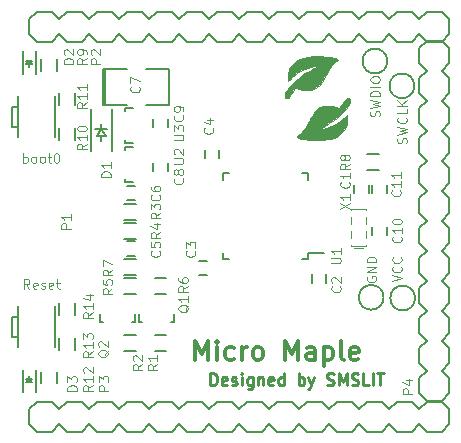
<source format=gbr>
G04 #@! TF.FileFunction,Legend,Top*
%FSLAX46Y46*%
G04 Gerber Fmt 4.6, Leading zero omitted, Abs format (unit mm)*
G04 Created by KiCad (PCBNEW 4.0.4-stable) date 2016 October 10, Monday 23:42:28*
%MOMM*%
%LPD*%
G01*
G04 APERTURE LIST*
%ADD10C,0.100000*%
%ADD11C,0.250000*%
%ADD12C,0.300000*%
%ADD13C,0.120000*%
%ADD14C,0.150000*%
%ADD15C,0.060000*%
%ADD16C,0.010000*%
G04 APERTURE END LIST*
D10*
D11*
X16614095Y-32900881D02*
X16614095Y-31900881D01*
X16852190Y-31900881D01*
X16995048Y-31948500D01*
X17090286Y-32043738D01*
X17137905Y-32138976D01*
X17185524Y-32329452D01*
X17185524Y-32472310D01*
X17137905Y-32662786D01*
X17090286Y-32758024D01*
X16995048Y-32853262D01*
X16852190Y-32900881D01*
X16614095Y-32900881D01*
X17995048Y-32853262D02*
X17899810Y-32900881D01*
X17709333Y-32900881D01*
X17614095Y-32853262D01*
X17566476Y-32758024D01*
X17566476Y-32377071D01*
X17614095Y-32281833D01*
X17709333Y-32234214D01*
X17899810Y-32234214D01*
X17995048Y-32281833D01*
X18042667Y-32377071D01*
X18042667Y-32472310D01*
X17566476Y-32567548D01*
X18423619Y-32853262D02*
X18518857Y-32900881D01*
X18709333Y-32900881D01*
X18804572Y-32853262D01*
X18852191Y-32758024D01*
X18852191Y-32710405D01*
X18804572Y-32615167D01*
X18709333Y-32567548D01*
X18566476Y-32567548D01*
X18471238Y-32519929D01*
X18423619Y-32424690D01*
X18423619Y-32377071D01*
X18471238Y-32281833D01*
X18566476Y-32234214D01*
X18709333Y-32234214D01*
X18804572Y-32281833D01*
X19280762Y-32900881D02*
X19280762Y-32234214D01*
X19280762Y-31900881D02*
X19233143Y-31948500D01*
X19280762Y-31996119D01*
X19328381Y-31948500D01*
X19280762Y-31900881D01*
X19280762Y-31996119D01*
X20185524Y-32234214D02*
X20185524Y-33043738D01*
X20137905Y-33138976D01*
X20090286Y-33186595D01*
X19995047Y-33234214D01*
X19852190Y-33234214D01*
X19756952Y-33186595D01*
X20185524Y-32853262D02*
X20090286Y-32900881D01*
X19899809Y-32900881D01*
X19804571Y-32853262D01*
X19756952Y-32805643D01*
X19709333Y-32710405D01*
X19709333Y-32424690D01*
X19756952Y-32329452D01*
X19804571Y-32281833D01*
X19899809Y-32234214D01*
X20090286Y-32234214D01*
X20185524Y-32281833D01*
X20661714Y-32234214D02*
X20661714Y-32900881D01*
X20661714Y-32329452D02*
X20709333Y-32281833D01*
X20804571Y-32234214D01*
X20947429Y-32234214D01*
X21042667Y-32281833D01*
X21090286Y-32377071D01*
X21090286Y-32900881D01*
X21947429Y-32853262D02*
X21852191Y-32900881D01*
X21661714Y-32900881D01*
X21566476Y-32853262D01*
X21518857Y-32758024D01*
X21518857Y-32377071D01*
X21566476Y-32281833D01*
X21661714Y-32234214D01*
X21852191Y-32234214D01*
X21947429Y-32281833D01*
X21995048Y-32377071D01*
X21995048Y-32472310D01*
X21518857Y-32567548D01*
X22852191Y-32900881D02*
X22852191Y-31900881D01*
X22852191Y-32853262D02*
X22756953Y-32900881D01*
X22566476Y-32900881D01*
X22471238Y-32853262D01*
X22423619Y-32805643D01*
X22376000Y-32710405D01*
X22376000Y-32424690D01*
X22423619Y-32329452D01*
X22471238Y-32281833D01*
X22566476Y-32234214D01*
X22756953Y-32234214D01*
X22852191Y-32281833D01*
X24090286Y-32900881D02*
X24090286Y-31900881D01*
X24090286Y-32281833D02*
X24185524Y-32234214D01*
X24376001Y-32234214D01*
X24471239Y-32281833D01*
X24518858Y-32329452D01*
X24566477Y-32424690D01*
X24566477Y-32710405D01*
X24518858Y-32805643D01*
X24471239Y-32853262D01*
X24376001Y-32900881D01*
X24185524Y-32900881D01*
X24090286Y-32853262D01*
X24899810Y-32234214D02*
X25137905Y-32900881D01*
X25376001Y-32234214D02*
X25137905Y-32900881D01*
X25042667Y-33138976D01*
X24995048Y-33186595D01*
X24899810Y-33234214D01*
X26471239Y-32853262D02*
X26614096Y-32900881D01*
X26852192Y-32900881D01*
X26947430Y-32853262D01*
X26995049Y-32805643D01*
X27042668Y-32710405D01*
X27042668Y-32615167D01*
X26995049Y-32519929D01*
X26947430Y-32472310D01*
X26852192Y-32424690D01*
X26661715Y-32377071D01*
X26566477Y-32329452D01*
X26518858Y-32281833D01*
X26471239Y-32186595D01*
X26471239Y-32091357D01*
X26518858Y-31996119D01*
X26566477Y-31948500D01*
X26661715Y-31900881D01*
X26899811Y-31900881D01*
X27042668Y-31948500D01*
X27471239Y-32900881D02*
X27471239Y-31900881D01*
X27804573Y-32615167D01*
X28137906Y-31900881D01*
X28137906Y-32900881D01*
X28566477Y-32853262D02*
X28709334Y-32900881D01*
X28947430Y-32900881D01*
X29042668Y-32853262D01*
X29090287Y-32805643D01*
X29137906Y-32710405D01*
X29137906Y-32615167D01*
X29090287Y-32519929D01*
X29042668Y-32472310D01*
X28947430Y-32424690D01*
X28756953Y-32377071D01*
X28661715Y-32329452D01*
X28614096Y-32281833D01*
X28566477Y-32186595D01*
X28566477Y-32091357D01*
X28614096Y-31996119D01*
X28661715Y-31948500D01*
X28756953Y-31900881D01*
X28995049Y-31900881D01*
X29137906Y-31948500D01*
X30042668Y-32900881D02*
X29566477Y-32900881D01*
X29566477Y-31900881D01*
X30376001Y-32900881D02*
X30376001Y-31900881D01*
X30709334Y-31900881D02*
X31280763Y-31900881D01*
X30995048Y-32900881D02*
X30995048Y-31900881D01*
D12*
X15329762Y-30759310D02*
X15329762Y-29159310D01*
X15863096Y-30302167D01*
X16396429Y-29159310D01*
X16396429Y-30759310D01*
X17158333Y-30759310D02*
X17158333Y-29692643D01*
X17158333Y-29159310D02*
X17082143Y-29235500D01*
X17158333Y-29311690D01*
X17234524Y-29235500D01*
X17158333Y-29159310D01*
X17158333Y-29311690D01*
X18605953Y-30683119D02*
X18453572Y-30759310D01*
X18148810Y-30759310D01*
X17996429Y-30683119D01*
X17920238Y-30606929D01*
X17844048Y-30454548D01*
X17844048Y-29997405D01*
X17920238Y-29845024D01*
X17996429Y-29768833D01*
X18148810Y-29692643D01*
X18453572Y-29692643D01*
X18605953Y-29768833D01*
X19291667Y-30759310D02*
X19291667Y-29692643D01*
X19291667Y-29997405D02*
X19367858Y-29845024D01*
X19444048Y-29768833D01*
X19596429Y-29692643D01*
X19748810Y-29692643D01*
X20510715Y-30759310D02*
X20358334Y-30683119D01*
X20282143Y-30606929D01*
X20205953Y-30454548D01*
X20205953Y-29997405D01*
X20282143Y-29845024D01*
X20358334Y-29768833D01*
X20510715Y-29692643D01*
X20739286Y-29692643D01*
X20891667Y-29768833D01*
X20967858Y-29845024D01*
X21044048Y-29997405D01*
X21044048Y-30454548D01*
X20967858Y-30606929D01*
X20891667Y-30683119D01*
X20739286Y-30759310D01*
X20510715Y-30759310D01*
X22948810Y-30759310D02*
X22948810Y-29159310D01*
X23482144Y-30302167D01*
X24015477Y-29159310D01*
X24015477Y-30759310D01*
X25463096Y-30759310D02*
X25463096Y-29921214D01*
X25386905Y-29768833D01*
X25234524Y-29692643D01*
X24929762Y-29692643D01*
X24777381Y-29768833D01*
X25463096Y-30683119D02*
X25310715Y-30759310D01*
X24929762Y-30759310D01*
X24777381Y-30683119D01*
X24701191Y-30530738D01*
X24701191Y-30378357D01*
X24777381Y-30225976D01*
X24929762Y-30149786D01*
X25310715Y-30149786D01*
X25463096Y-30073595D01*
X26225000Y-29692643D02*
X26225000Y-31292643D01*
X26225000Y-29768833D02*
X26377381Y-29692643D01*
X26682143Y-29692643D01*
X26834524Y-29768833D01*
X26910715Y-29845024D01*
X26986905Y-29997405D01*
X26986905Y-30454548D01*
X26910715Y-30606929D01*
X26834524Y-30683119D01*
X26682143Y-30759310D01*
X26377381Y-30759310D01*
X26225000Y-30683119D01*
X27901191Y-30759310D02*
X27748810Y-30683119D01*
X27672619Y-30530738D01*
X27672619Y-29159310D01*
X29120238Y-30683119D02*
X28967857Y-30759310D01*
X28663095Y-30759310D01*
X28510714Y-30683119D01*
X28434524Y-30530738D01*
X28434524Y-29921214D01*
X28510714Y-29768833D01*
X28663095Y-29692643D01*
X28967857Y-29692643D01*
X29120238Y-29768833D01*
X29196429Y-29921214D01*
X29196429Y-30073595D01*
X28434524Y-30225976D01*
D13*
X1295524Y-24745905D02*
X1028857Y-24364952D01*
X838381Y-24745905D02*
X838381Y-23945905D01*
X1143143Y-23945905D01*
X1219334Y-23984000D01*
X1257429Y-24022095D01*
X1295524Y-24098286D01*
X1295524Y-24212571D01*
X1257429Y-24288762D01*
X1219334Y-24326857D01*
X1143143Y-24364952D01*
X838381Y-24364952D01*
X1943143Y-24707810D02*
X1866953Y-24745905D01*
X1714572Y-24745905D01*
X1638381Y-24707810D01*
X1600286Y-24631619D01*
X1600286Y-24326857D01*
X1638381Y-24250667D01*
X1714572Y-24212571D01*
X1866953Y-24212571D01*
X1943143Y-24250667D01*
X1981238Y-24326857D01*
X1981238Y-24403048D01*
X1600286Y-24479238D01*
X2286000Y-24707810D02*
X2362190Y-24745905D01*
X2514571Y-24745905D01*
X2590762Y-24707810D01*
X2628857Y-24631619D01*
X2628857Y-24593524D01*
X2590762Y-24517333D01*
X2514571Y-24479238D01*
X2400286Y-24479238D01*
X2324095Y-24441143D01*
X2286000Y-24364952D01*
X2286000Y-24326857D01*
X2324095Y-24250667D01*
X2400286Y-24212571D01*
X2514571Y-24212571D01*
X2590762Y-24250667D01*
X3276476Y-24707810D02*
X3200286Y-24745905D01*
X3047905Y-24745905D01*
X2971714Y-24707810D01*
X2933619Y-24631619D01*
X2933619Y-24326857D01*
X2971714Y-24250667D01*
X3047905Y-24212571D01*
X3200286Y-24212571D01*
X3276476Y-24250667D01*
X3314571Y-24326857D01*
X3314571Y-24403048D01*
X2933619Y-24479238D01*
X3543142Y-24212571D02*
X3847904Y-24212571D01*
X3657428Y-23945905D02*
X3657428Y-24631619D01*
X3695523Y-24707810D01*
X3771714Y-24745905D01*
X3847904Y-24745905D01*
X781237Y-14077905D02*
X781237Y-13277905D01*
X781237Y-13582667D02*
X857428Y-13544571D01*
X1009809Y-13544571D01*
X1085999Y-13582667D01*
X1124094Y-13620762D01*
X1162190Y-13696952D01*
X1162190Y-13925524D01*
X1124094Y-14001714D01*
X1085999Y-14039810D01*
X1009809Y-14077905D01*
X857428Y-14077905D01*
X781237Y-14039810D01*
X1619333Y-14077905D02*
X1543142Y-14039810D01*
X1505047Y-14001714D01*
X1466952Y-13925524D01*
X1466952Y-13696952D01*
X1505047Y-13620762D01*
X1543142Y-13582667D01*
X1619333Y-13544571D01*
X1733619Y-13544571D01*
X1809809Y-13582667D01*
X1847904Y-13620762D01*
X1886000Y-13696952D01*
X1886000Y-13925524D01*
X1847904Y-14001714D01*
X1809809Y-14039810D01*
X1733619Y-14077905D01*
X1619333Y-14077905D01*
X2343143Y-14077905D02*
X2266952Y-14039810D01*
X2228857Y-14001714D01*
X2190762Y-13925524D01*
X2190762Y-13696952D01*
X2228857Y-13620762D01*
X2266952Y-13582667D01*
X2343143Y-13544571D01*
X2457429Y-13544571D01*
X2533619Y-13582667D01*
X2571714Y-13620762D01*
X2609810Y-13696952D01*
X2609810Y-13925524D01*
X2571714Y-14001714D01*
X2533619Y-14039810D01*
X2457429Y-14077905D01*
X2343143Y-14077905D01*
X2838381Y-13544571D02*
X3143143Y-13544571D01*
X2952667Y-13277905D02*
X2952667Y-13963619D01*
X2990762Y-14039810D01*
X3066953Y-14077905D01*
X3143143Y-14077905D01*
X3562191Y-13277905D02*
X3638382Y-13277905D01*
X3714572Y-13316000D01*
X3752667Y-13354095D01*
X3790763Y-13430286D01*
X3828858Y-13582667D01*
X3828858Y-13773143D01*
X3790763Y-13925524D01*
X3752667Y-14001714D01*
X3714572Y-14039810D01*
X3638382Y-14077905D01*
X3562191Y-14077905D01*
X3486001Y-14039810D01*
X3447905Y-14001714D01*
X3409810Y-13925524D01*
X3371715Y-13773143D01*
X3371715Y-13582667D01*
X3409810Y-13430286D01*
X3447905Y-13354095D01*
X3486001Y-13316000D01*
X3562191Y-13277905D01*
X32010405Y-24117167D02*
X32810405Y-23850500D01*
X32010405Y-23583833D01*
X32734214Y-22860024D02*
X32772310Y-22898119D01*
X32810405Y-23012405D01*
X32810405Y-23088595D01*
X32772310Y-23202881D01*
X32696119Y-23279072D01*
X32619929Y-23317167D01*
X32467548Y-23355262D01*
X32353262Y-23355262D01*
X32200881Y-23317167D01*
X32124690Y-23279072D01*
X32048500Y-23202881D01*
X32010405Y-23088595D01*
X32010405Y-23012405D01*
X32048500Y-22898119D01*
X32086595Y-22860024D01*
X32734214Y-22060024D02*
X32772310Y-22098119D01*
X32810405Y-22212405D01*
X32810405Y-22288595D01*
X32772310Y-22402881D01*
X32696119Y-22479072D01*
X32619929Y-22517167D01*
X32467548Y-22555262D01*
X32353262Y-22555262D01*
X32200881Y-22517167D01*
X32124690Y-22479072D01*
X32048500Y-22402881D01*
X32010405Y-22288595D01*
X32010405Y-22212405D01*
X32048500Y-22098119D01*
X32086595Y-22060024D01*
X29889500Y-23723523D02*
X29851405Y-23799714D01*
X29851405Y-23913999D01*
X29889500Y-24028285D01*
X29965690Y-24104476D01*
X30041881Y-24142571D01*
X30194262Y-24180666D01*
X30308548Y-24180666D01*
X30460929Y-24142571D01*
X30537119Y-24104476D01*
X30613310Y-24028285D01*
X30651405Y-23913999D01*
X30651405Y-23837809D01*
X30613310Y-23723523D01*
X30575214Y-23685428D01*
X30308548Y-23685428D01*
X30308548Y-23837809D01*
X30651405Y-23342571D02*
X29851405Y-23342571D01*
X30651405Y-22885428D01*
X29851405Y-22885428D01*
X30651405Y-22504476D02*
X29851405Y-22504476D01*
X29851405Y-22314000D01*
X29889500Y-22199714D01*
X29965690Y-22123523D01*
X30041881Y-22085428D01*
X30194262Y-22047333D01*
X30308548Y-22047333D01*
X30460929Y-22085428D01*
X30537119Y-22123523D01*
X30613310Y-22199714D01*
X30651405Y-22314000D01*
X30651405Y-22504476D01*
X33216810Y-12414024D02*
X33254905Y-12299738D01*
X33254905Y-12109262D01*
X33216810Y-12033072D01*
X33178714Y-11994976D01*
X33102524Y-11956881D01*
X33026333Y-11956881D01*
X32950143Y-11994976D01*
X32912048Y-12033072D01*
X32873952Y-12109262D01*
X32835857Y-12261643D01*
X32797762Y-12337834D01*
X32759667Y-12375929D01*
X32683476Y-12414024D01*
X32607286Y-12414024D01*
X32531095Y-12375929D01*
X32493000Y-12337834D01*
X32454905Y-12261643D01*
X32454905Y-12071167D01*
X32493000Y-11956881D01*
X32454905Y-11690214D02*
X33254905Y-11499738D01*
X32683476Y-11347357D01*
X33254905Y-11194976D01*
X32454905Y-11004500D01*
X33178714Y-10242595D02*
X33216810Y-10280690D01*
X33254905Y-10394976D01*
X33254905Y-10471166D01*
X33216810Y-10585452D01*
X33140619Y-10661643D01*
X33064429Y-10699738D01*
X32912048Y-10737833D01*
X32797762Y-10737833D01*
X32645381Y-10699738D01*
X32569190Y-10661643D01*
X32493000Y-10585452D01*
X32454905Y-10471166D01*
X32454905Y-10394976D01*
X32493000Y-10280690D01*
X32531095Y-10242595D01*
X33254905Y-9518785D02*
X33254905Y-9899738D01*
X32454905Y-9899738D01*
X33254905Y-9252119D02*
X32454905Y-9252119D01*
X33254905Y-8794976D02*
X32797762Y-9137833D01*
X32454905Y-8794976D02*
X32912048Y-9252119D01*
X30930810Y-10140738D02*
X30968905Y-10026452D01*
X30968905Y-9835976D01*
X30930810Y-9759786D01*
X30892714Y-9721690D01*
X30816524Y-9683595D01*
X30740333Y-9683595D01*
X30664143Y-9721690D01*
X30626048Y-9759786D01*
X30587952Y-9835976D01*
X30549857Y-9988357D01*
X30511762Y-10064548D01*
X30473667Y-10102643D01*
X30397476Y-10140738D01*
X30321286Y-10140738D01*
X30245095Y-10102643D01*
X30207000Y-10064548D01*
X30168905Y-9988357D01*
X30168905Y-9797881D01*
X30207000Y-9683595D01*
X30168905Y-9416928D02*
X30968905Y-9226452D01*
X30397476Y-9074071D01*
X30968905Y-8921690D01*
X30168905Y-8731214D01*
X30968905Y-8426452D02*
X30168905Y-8426452D01*
X30168905Y-8235976D01*
X30207000Y-8121690D01*
X30283190Y-8045499D01*
X30359381Y-8007404D01*
X30511762Y-7969309D01*
X30626048Y-7969309D01*
X30778429Y-8007404D01*
X30854619Y-8045499D01*
X30930810Y-8121690D01*
X30968905Y-8235976D01*
X30968905Y-8426452D01*
X30968905Y-7626452D02*
X30168905Y-7626452D01*
X30168905Y-7093119D02*
X30168905Y-6940738D01*
X30207000Y-6864547D01*
X30283190Y-6788357D01*
X30435571Y-6750262D01*
X30702238Y-6750262D01*
X30854619Y-6788357D01*
X30930810Y-6864547D01*
X30968905Y-6940738D01*
X30968905Y-7093119D01*
X30930810Y-7169309D01*
X30854619Y-7245500D01*
X30702238Y-7283595D01*
X30435571Y-7283595D01*
X30283190Y-7245500D01*
X30207000Y-7169309D01*
X30168905Y-7093119D01*
D14*
X24897500Y-22230500D02*
X24897500Y-21705500D01*
X17647500Y-22230500D02*
X17647500Y-21705500D01*
X17647500Y-14980500D02*
X17647500Y-15505500D01*
X24897500Y-14980500D02*
X24897500Y-15505500D01*
X24897500Y-22230500D02*
X24372500Y-22230500D01*
X24897500Y-14980500D02*
X24372500Y-14980500D01*
X17647500Y-14980500D02*
X18172500Y-14980500D01*
X17647500Y-22230500D02*
X18172500Y-22230500D01*
X24897500Y-21705500D02*
X26272500Y-21705500D01*
X7463840Y-27574240D02*
X7512100Y-27574240D01*
X10262820Y-26873200D02*
X10262820Y-27574240D01*
X10262820Y-27574240D02*
X10013900Y-27574240D01*
X7463840Y-27574240D02*
X7263180Y-27574240D01*
X7263180Y-27574240D02*
X7263180Y-26873200D01*
X33940269Y-25527000D02*
G75*
G03X33940269Y-25527000I-1047269J0D01*
G01*
X28800500Y-16669500D02*
X28800500Y-15969500D01*
X30000500Y-15969500D02*
X30000500Y-16669500D01*
X26381000Y-23526000D02*
X26381000Y-24226000D01*
X25181000Y-24226000D02*
X25181000Y-23526000D01*
X16352000Y-23587000D02*
X15652000Y-23587000D01*
X15652000Y-22387000D02*
X16352000Y-22387000D01*
X16164000Y-13685000D02*
X16164000Y-12985000D01*
X17364000Y-12985000D02*
X17364000Y-13685000D01*
X10256000Y-21936000D02*
X9556000Y-21936000D01*
X9556000Y-20736000D02*
X10256000Y-20736000D01*
X10256000Y-17237000D02*
X9556000Y-17237000D01*
X9556000Y-16037000D02*
X10256000Y-16037000D01*
X7493000Y-6159500D02*
X7493000Y-9207500D01*
X11176000Y-9207500D02*
X13081000Y-9207500D01*
X13081000Y-9207500D02*
X13081000Y-6159500D01*
X13081000Y-6159500D02*
X11176000Y-6159500D01*
X9525000Y-6159500D02*
X7493000Y-6159500D01*
X7693000Y-6159500D02*
X7693000Y-9207500D01*
X7493000Y-9207500D02*
X9525000Y-9207500D01*
X12982500Y-14064500D02*
X12982500Y-14764500D01*
X11782500Y-14764500D02*
X11782500Y-14064500D01*
X12982500Y-10381500D02*
X12982500Y-11081500D01*
X11782500Y-11081500D02*
X11782500Y-10381500D01*
X31524500Y-19525500D02*
X31524500Y-20225500D01*
X30324500Y-20225500D02*
X30324500Y-19525500D01*
X31524500Y-15969500D02*
X31524500Y-16669500D01*
X30324500Y-16669500D02*
X30324500Y-15969500D01*
X7366000Y-11811000D02*
X7366000Y-12192000D01*
X7366000Y-10795000D02*
X7366000Y-11176000D01*
X7366000Y-11176000D02*
X7747000Y-11811000D01*
X7747000Y-11811000D02*
X6985000Y-11811000D01*
X6985000Y-11811000D02*
X7366000Y-11176000D01*
X7874000Y-11176000D02*
X6858000Y-11176000D01*
X6466000Y-9493500D02*
X6466000Y-13033500D01*
X8266000Y-9493500D02*
X8266000Y-13033500D01*
X720000Y-4615000D02*
X720000Y-6515000D01*
X1820000Y-4615000D02*
X1820000Y-6515000D01*
X1270000Y-5515000D02*
X1270000Y-5965000D01*
X1520000Y-5465000D02*
X1020000Y-5465000D01*
X1270000Y-5465000D02*
X1520000Y-5715000D01*
X1520000Y-5715000D02*
X1020000Y-5715000D01*
X1020000Y-5715000D02*
X1270000Y-5465000D01*
X1820000Y-33485000D02*
X1820000Y-31585000D01*
X720000Y-33485000D02*
X720000Y-31585000D01*
X1270000Y-32585000D02*
X1270000Y-32135000D01*
X1020000Y-32635000D02*
X1520000Y-32635000D01*
X1270000Y-32635000D02*
X1020000Y-32385000D01*
X1020000Y-32385000D02*
X1520000Y-32385000D01*
X1520000Y-32385000D02*
X1270000Y-32635000D01*
X1270000Y-1905000D02*
X1905000Y-1270000D01*
X1905000Y-1270000D02*
X3175000Y-1270000D01*
X3175000Y-1270000D02*
X3810000Y-1905000D01*
X3810000Y-1905000D02*
X4445000Y-1270000D01*
X4445000Y-1270000D02*
X5715000Y-1270000D01*
X5715000Y-1270000D02*
X6350000Y-1905000D01*
X6350000Y-1905000D02*
X6985000Y-1270000D01*
X6985000Y-1270000D02*
X8255000Y-1270000D01*
X8255000Y-1270000D02*
X8890000Y-1905000D01*
X8890000Y-1905000D02*
X9525000Y-1270000D01*
X9525000Y-1270000D02*
X10795000Y-1270000D01*
X10795000Y-1270000D02*
X11430000Y-1905000D01*
X11430000Y-1905000D02*
X12065000Y-1270000D01*
X12065000Y-1270000D02*
X13335000Y-1270000D01*
X13335000Y-1270000D02*
X13970000Y-1905000D01*
X13970000Y-1905000D02*
X14605000Y-1270000D01*
X14605000Y-1270000D02*
X15875000Y-1270000D01*
X15875000Y-1270000D02*
X16510000Y-1905000D01*
X16510000Y-1905000D02*
X17145000Y-1270000D01*
X17145000Y-1270000D02*
X18415000Y-1270000D01*
X18415000Y-1270000D02*
X19050000Y-1905000D01*
X19050000Y-1905000D02*
X19685000Y-1270000D01*
X19685000Y-1270000D02*
X20955000Y-1270000D01*
X20955000Y-1270000D02*
X21590000Y-1905000D01*
X21590000Y-1905000D02*
X22225000Y-1270000D01*
X22225000Y-1270000D02*
X23495000Y-1270000D01*
X23495000Y-1270000D02*
X24130000Y-1905000D01*
X24130000Y-1905000D02*
X24765000Y-1270000D01*
X24765000Y-1270000D02*
X26035000Y-1270000D01*
X26035000Y-1270000D02*
X26670000Y-1905000D01*
X26670000Y-1905000D02*
X27305000Y-1270000D01*
X27305000Y-1270000D02*
X28575000Y-1270000D01*
X28575000Y-1270000D02*
X29210000Y-1905000D01*
X29210000Y-1905000D02*
X29845000Y-1270000D01*
X29845000Y-1270000D02*
X31115000Y-1270000D01*
X31115000Y-1270000D02*
X31750000Y-1905000D01*
X31750000Y-1905000D02*
X32385000Y-1270000D01*
X32385000Y-1270000D02*
X33655000Y-1270000D01*
X33655000Y-1270000D02*
X34290000Y-1905000D01*
X34290000Y-1905000D02*
X34925000Y-1270000D01*
X34925000Y-1270000D02*
X36195000Y-1270000D01*
X36195000Y-1270000D02*
X36830000Y-1905000D01*
X36830000Y-1905000D02*
X36830000Y-3175000D01*
X36830000Y-3175000D02*
X36195000Y-3810000D01*
X36195000Y-3810000D02*
X34925000Y-3810000D01*
X34925000Y-3810000D02*
X34290000Y-3175000D01*
X34290000Y-3175000D02*
X33655000Y-3810000D01*
X33655000Y-3810000D02*
X32385000Y-3810000D01*
X32385000Y-3810000D02*
X31750000Y-3175000D01*
X31750000Y-3175000D02*
X31115000Y-3810000D01*
X31115000Y-3810000D02*
X29845000Y-3810000D01*
X29845000Y-3810000D02*
X29210000Y-3175000D01*
X29210000Y-3175000D02*
X28575000Y-3810000D01*
X28575000Y-3810000D02*
X27305000Y-3810000D01*
X27305000Y-3810000D02*
X26670000Y-3175000D01*
X26670000Y-3175000D02*
X26035000Y-3810000D01*
X26035000Y-3810000D02*
X24765000Y-3810000D01*
X24765000Y-3810000D02*
X24130000Y-3175000D01*
X24130000Y-3175000D02*
X23495000Y-3810000D01*
X23495000Y-3810000D02*
X22225000Y-3810000D01*
X22225000Y-3810000D02*
X21590000Y-3175000D01*
X21590000Y-3175000D02*
X20955000Y-3810000D01*
X20955000Y-3810000D02*
X19685000Y-3810000D01*
X19685000Y-3810000D02*
X19050000Y-3175000D01*
X19050000Y-3175000D02*
X18415000Y-3810000D01*
X18415000Y-3810000D02*
X17145000Y-3810000D01*
X17145000Y-3810000D02*
X16510000Y-3175000D01*
X16510000Y-3175000D02*
X15875000Y-3810000D01*
X15875000Y-3810000D02*
X14605000Y-3810000D01*
X14605000Y-3810000D02*
X13970000Y-3175000D01*
X13970000Y-3175000D02*
X13335000Y-3810000D01*
X13335000Y-3810000D02*
X12065000Y-3810000D01*
X12065000Y-3810000D02*
X11430000Y-3175000D01*
X11430000Y-3175000D02*
X10795000Y-3810000D01*
X10795000Y-3810000D02*
X9525000Y-3810000D01*
X9525000Y-3810000D02*
X8890000Y-3175000D01*
X8890000Y-3175000D02*
X8255000Y-3810000D01*
X8255000Y-3810000D02*
X6985000Y-3810000D01*
X6985000Y-3810000D02*
X6350000Y-3175000D01*
X6350000Y-3175000D02*
X5715000Y-3810000D01*
X5715000Y-3810000D02*
X4445000Y-3810000D01*
X4445000Y-3810000D02*
X3810000Y-3175000D01*
X3810000Y-3175000D02*
X3175000Y-3810000D01*
X3175000Y-3810000D02*
X1905000Y-3810000D01*
X1905000Y-3810000D02*
X1270000Y-3175000D01*
X1270000Y-3175000D02*
X1270000Y-1905000D01*
X1270000Y-34925000D02*
X1905000Y-34290000D01*
X1905000Y-34290000D02*
X3175000Y-34290000D01*
X3175000Y-34290000D02*
X3810000Y-34925000D01*
X3810000Y-34925000D02*
X4445000Y-34290000D01*
X4445000Y-34290000D02*
X5715000Y-34290000D01*
X5715000Y-34290000D02*
X6350000Y-34925000D01*
X6350000Y-34925000D02*
X6985000Y-34290000D01*
X6985000Y-34290000D02*
X8255000Y-34290000D01*
X8255000Y-34290000D02*
X8890000Y-34925000D01*
X8890000Y-34925000D02*
X9525000Y-34290000D01*
X9525000Y-34290000D02*
X10795000Y-34290000D01*
X10795000Y-34290000D02*
X11430000Y-34925000D01*
X11430000Y-34925000D02*
X12065000Y-34290000D01*
X12065000Y-34290000D02*
X13335000Y-34290000D01*
X13335000Y-34290000D02*
X13970000Y-34925000D01*
X13970000Y-34925000D02*
X14605000Y-34290000D01*
X14605000Y-34290000D02*
X15875000Y-34290000D01*
X15875000Y-34290000D02*
X16510000Y-34925000D01*
X16510000Y-34925000D02*
X17145000Y-34290000D01*
X17145000Y-34290000D02*
X18415000Y-34290000D01*
X18415000Y-34290000D02*
X19050000Y-34925000D01*
X19050000Y-34925000D02*
X19685000Y-34290000D01*
X19685000Y-34290000D02*
X20955000Y-34290000D01*
X20955000Y-34290000D02*
X21590000Y-34925000D01*
X21590000Y-34925000D02*
X22225000Y-34290000D01*
X22225000Y-34290000D02*
X23495000Y-34290000D01*
X23495000Y-34290000D02*
X24130000Y-34925000D01*
X24130000Y-34925000D02*
X24765000Y-34290000D01*
X24765000Y-34290000D02*
X26035000Y-34290000D01*
X26035000Y-34290000D02*
X26670000Y-34925000D01*
X26670000Y-34925000D02*
X27305000Y-34290000D01*
X27305000Y-34290000D02*
X28575000Y-34290000D01*
X28575000Y-34290000D02*
X29210000Y-34925000D01*
X29210000Y-34925000D02*
X29845000Y-34290000D01*
X29845000Y-34290000D02*
X31115000Y-34290000D01*
X31115000Y-34290000D02*
X31750000Y-34925000D01*
X31750000Y-34925000D02*
X32385000Y-34290000D01*
X32385000Y-34290000D02*
X33655000Y-34290000D01*
X33655000Y-34290000D02*
X34290000Y-34925000D01*
X34290000Y-34925000D02*
X34925000Y-34290000D01*
X34925000Y-34290000D02*
X36195000Y-34290000D01*
X36195000Y-34290000D02*
X36830000Y-34925000D01*
X36830000Y-34925000D02*
X36830000Y-36195000D01*
X36830000Y-36195000D02*
X36195000Y-36830000D01*
X36195000Y-36830000D02*
X34925000Y-36830000D01*
X34925000Y-36830000D02*
X34290000Y-36195000D01*
X34290000Y-36195000D02*
X33655000Y-36830000D01*
X33655000Y-36830000D02*
X32385000Y-36830000D01*
X32385000Y-36830000D02*
X31750000Y-36195000D01*
X31750000Y-36195000D02*
X31115000Y-36830000D01*
X31115000Y-36830000D02*
X29845000Y-36830000D01*
X29845000Y-36830000D02*
X29210000Y-36195000D01*
X29210000Y-36195000D02*
X28575000Y-36830000D01*
X28575000Y-36830000D02*
X27305000Y-36830000D01*
X27305000Y-36830000D02*
X26670000Y-36195000D01*
X26670000Y-36195000D02*
X26035000Y-36830000D01*
X26035000Y-36830000D02*
X24765000Y-36830000D01*
X24765000Y-36830000D02*
X24130000Y-36195000D01*
X24130000Y-36195000D02*
X23495000Y-36830000D01*
X23495000Y-36830000D02*
X22225000Y-36830000D01*
X22225000Y-36830000D02*
X21590000Y-36195000D01*
X21590000Y-36195000D02*
X20955000Y-36830000D01*
X20955000Y-36830000D02*
X19685000Y-36830000D01*
X19685000Y-36830000D02*
X19050000Y-36195000D01*
X19050000Y-36195000D02*
X18415000Y-36830000D01*
X18415000Y-36830000D02*
X17145000Y-36830000D01*
X17145000Y-36830000D02*
X16510000Y-36195000D01*
X16510000Y-36195000D02*
X15875000Y-36830000D01*
X15875000Y-36830000D02*
X14605000Y-36830000D01*
X14605000Y-36830000D02*
X13970000Y-36195000D01*
X13970000Y-36195000D02*
X13335000Y-36830000D01*
X13335000Y-36830000D02*
X12065000Y-36830000D01*
X12065000Y-36830000D02*
X11430000Y-36195000D01*
X11430000Y-36195000D02*
X10795000Y-36830000D01*
X10795000Y-36830000D02*
X9525000Y-36830000D01*
X9525000Y-36830000D02*
X8890000Y-36195000D01*
X8890000Y-36195000D02*
X8255000Y-36830000D01*
X8255000Y-36830000D02*
X6985000Y-36830000D01*
X6985000Y-36830000D02*
X6350000Y-36195000D01*
X6350000Y-36195000D02*
X5715000Y-36830000D01*
X5715000Y-36830000D02*
X4445000Y-36830000D01*
X4445000Y-36830000D02*
X3810000Y-36195000D01*
X3810000Y-36195000D02*
X3175000Y-36830000D01*
X3175000Y-36830000D02*
X1905000Y-36830000D01*
X1905000Y-36830000D02*
X1270000Y-36195000D01*
X1270000Y-36195000D02*
X1270000Y-34925000D01*
X36195000Y-34226500D02*
X34925000Y-34226500D01*
X36195000Y-3746500D02*
X36830000Y-4381500D01*
X36830000Y-4381500D02*
X36830000Y-5651500D01*
X36830000Y-5651500D02*
X36195000Y-6286500D01*
X36195000Y-6286500D02*
X36830000Y-6921500D01*
X36830000Y-6921500D02*
X36830000Y-8191500D01*
X36830000Y-8191500D02*
X36195000Y-8826500D01*
X36195000Y-8826500D02*
X36830000Y-9461500D01*
X36830000Y-9461500D02*
X36830000Y-10731500D01*
X36830000Y-10731500D02*
X36195000Y-11366500D01*
X36195000Y-11366500D02*
X36830000Y-12001500D01*
X36830000Y-12001500D02*
X36830000Y-13271500D01*
X36830000Y-13271500D02*
X36195000Y-13906500D01*
X36195000Y-13906500D02*
X36830000Y-14541500D01*
X36830000Y-14541500D02*
X36830000Y-15811500D01*
X36830000Y-15811500D02*
X36195000Y-16446500D01*
X36195000Y-16446500D02*
X36830000Y-17081500D01*
X36830000Y-17081500D02*
X36830000Y-18351500D01*
X36830000Y-18351500D02*
X36195000Y-18986500D01*
X36195000Y-18986500D02*
X36830000Y-19621500D01*
X36830000Y-19621500D02*
X36830000Y-20891500D01*
X36830000Y-20891500D02*
X36195000Y-21526500D01*
X36195000Y-21526500D02*
X36830000Y-22161500D01*
X36830000Y-22161500D02*
X36830000Y-23431500D01*
X36830000Y-23431500D02*
X36195000Y-24066500D01*
X36195000Y-24066500D02*
X36830000Y-24701500D01*
X36830000Y-24701500D02*
X36830000Y-25971500D01*
X36830000Y-25971500D02*
X36195000Y-26606500D01*
X36195000Y-26606500D02*
X36830000Y-27241500D01*
X36830000Y-27241500D02*
X36830000Y-28511500D01*
X36830000Y-28511500D02*
X36195000Y-29146500D01*
X36195000Y-29146500D02*
X36830000Y-29781500D01*
X36830000Y-29781500D02*
X36830000Y-31051500D01*
X36830000Y-31051500D02*
X36195000Y-31686500D01*
X36195000Y-31686500D02*
X36830000Y-32321500D01*
X36830000Y-32321500D02*
X36830000Y-33591500D01*
X36830000Y-33591500D02*
X36195000Y-34226500D01*
X34925000Y-34226500D02*
X34290000Y-33591500D01*
X34290000Y-33591500D02*
X34290000Y-32321500D01*
X34290000Y-32321500D02*
X34925000Y-31686500D01*
X34925000Y-31686500D02*
X34290000Y-31051500D01*
X34290000Y-31051500D02*
X34290000Y-29781500D01*
X34290000Y-29781500D02*
X34925000Y-29146500D01*
X34925000Y-29146500D02*
X34290000Y-28511500D01*
X34290000Y-28511500D02*
X34290000Y-27241500D01*
X34290000Y-27241500D02*
X34925000Y-26606500D01*
X34925000Y-26606500D02*
X34290000Y-25971500D01*
X34290000Y-25971500D02*
X34290000Y-24701500D01*
X34290000Y-24701500D02*
X34925000Y-24066500D01*
X34925000Y-24066500D02*
X34290000Y-23431500D01*
X34290000Y-23431500D02*
X34290000Y-22161500D01*
X34290000Y-22161500D02*
X34925000Y-21526500D01*
X34925000Y-21526500D02*
X34290000Y-20891500D01*
X34290000Y-20891500D02*
X34290000Y-19621500D01*
X34290000Y-19621500D02*
X34925000Y-18986500D01*
X34925000Y-18986500D02*
X34290000Y-18351500D01*
X34290000Y-18351500D02*
X34290000Y-17081500D01*
X34290000Y-17081500D02*
X34925000Y-16446500D01*
X34925000Y-16446500D02*
X34290000Y-15811500D01*
X34290000Y-15811500D02*
X34290000Y-14541500D01*
X34290000Y-14541500D02*
X34925000Y-13906500D01*
X34925000Y-13906500D02*
X34290000Y-13271500D01*
X34290000Y-13271500D02*
X34290000Y-12001500D01*
X34290000Y-12001500D02*
X34925000Y-11366500D01*
X34925000Y-11366500D02*
X34290000Y-10731500D01*
X34290000Y-10731500D02*
X34290000Y-9461500D01*
X34290000Y-9461500D02*
X34925000Y-8826500D01*
X34925000Y-8826500D02*
X34290000Y-8191500D01*
X34290000Y-8191500D02*
X34290000Y-6921500D01*
X34290000Y-6921500D02*
X34925000Y-6286500D01*
X34925000Y-6286500D02*
X34290000Y-5651500D01*
X34290000Y-5651500D02*
X34290000Y-4381500D01*
X34290000Y-4381500D02*
X34925000Y-3746500D01*
X34925000Y-3746500D02*
X36195000Y-3746500D01*
X10765840Y-27574240D02*
X10814100Y-27574240D01*
X13564820Y-26873200D02*
X13564820Y-27574240D01*
X13564820Y-27574240D02*
X13315900Y-27574240D01*
X10765840Y-27574240D02*
X10565180Y-27574240D01*
X10565180Y-27574240D02*
X10565180Y-26873200D01*
X11882500Y-28662000D02*
X12882500Y-28662000D01*
X12882500Y-30012000D02*
X11882500Y-30012000D01*
X9279000Y-28662000D02*
X10279000Y-28662000D01*
X10279000Y-30012000D02*
X9279000Y-30012000D01*
X9279000Y-17549500D02*
X10279000Y-17549500D01*
X10279000Y-18899500D02*
X9279000Y-18899500D01*
X9279000Y-19137000D02*
X10279000Y-19137000D01*
X10279000Y-20487000D02*
X9279000Y-20487000D01*
X9279000Y-23836000D02*
X10279000Y-23836000D01*
X10279000Y-25186000D02*
X9279000Y-25186000D01*
X11882500Y-23836000D02*
X12882500Y-23836000D01*
X12882500Y-25186000D02*
X11882500Y-25186000D01*
X9279000Y-22248500D02*
X10279000Y-22248500D01*
X10279000Y-23598500D02*
X9279000Y-23598500D01*
X29853000Y-13358500D02*
X30853000Y-13358500D01*
X30853000Y-14708500D02*
X29853000Y-14708500D01*
X3596000Y-5278500D02*
X3596000Y-6278500D01*
X2246000Y-6278500D02*
X2246000Y-5278500D01*
X3770000Y-12120500D02*
X3770000Y-11120500D01*
X5120000Y-11120500D02*
X5120000Y-12120500D01*
X3770000Y-9199500D02*
X3770000Y-8199500D01*
X5120000Y-8199500D02*
X5120000Y-9199500D01*
X2246000Y-32758000D02*
X2246000Y-31758000D01*
X3596000Y-31758000D02*
X3596000Y-32758000D01*
X5120000Y-28900500D02*
X5120000Y-29900500D01*
X3770000Y-29900500D02*
X3770000Y-28900500D01*
X3770000Y-26979500D02*
X3770000Y-25979500D01*
X5120000Y-25979500D02*
X5120000Y-26979500D01*
X355000Y-11010000D02*
X-195000Y-11010000D01*
X-195000Y-11010000D02*
X-195000Y-9310000D01*
X-195000Y-9310000D02*
X355000Y-9310000D01*
X3455000Y-8410000D02*
X3455000Y-11910000D01*
X355000Y-11910000D02*
X355000Y-8410000D01*
X355000Y-28790000D02*
X-195000Y-28790000D01*
X-195000Y-28790000D02*
X-195000Y-27090000D01*
X-195000Y-27090000D02*
X355000Y-27090000D01*
X3455000Y-26190000D02*
X3455000Y-29690000D01*
X355000Y-29690000D02*
X355000Y-26190000D01*
X9382760Y-12924840D02*
X9382760Y-12973100D01*
X10083800Y-15723820D02*
X9382760Y-15723820D01*
X9382760Y-15723820D02*
X9382760Y-15474900D01*
X9382760Y-12924840D02*
X9382760Y-12724180D01*
X9382760Y-12724180D02*
X10083800Y-12724180D01*
X9382760Y-9622840D02*
X9382760Y-9671100D01*
X10083800Y-12421820D02*
X9382760Y-12421820D01*
X9382760Y-12421820D02*
X9382760Y-12172900D01*
X9382760Y-9622840D02*
X9382760Y-9422180D01*
X9382760Y-9422180D02*
X10083800Y-9422180D01*
D10*
X29796500Y-21058000D02*
X29796500Y-21158000D01*
X28496500Y-21058000D02*
X28496500Y-21158000D01*
X29796500Y-18058000D02*
X29796500Y-17958000D01*
X28496500Y-18058000D02*
X28496500Y-17958000D01*
X28496500Y-18658000D02*
X28496500Y-19258000D01*
X29796500Y-18658000D02*
X29796500Y-19258000D01*
X29796500Y-19858000D02*
X29796500Y-20458000D01*
X28496500Y-19858000D02*
X28496500Y-20458000D01*
D15*
X28746500Y-21278000D02*
X29546500Y-21278000D01*
D10*
X28496500Y-21158000D02*
X29796500Y-21158000D01*
X28496500Y-17958000D02*
X29796500Y-17958000D01*
D14*
X31590769Y-5461000D02*
G75*
G03X31590769Y-5461000I-1047269J0D01*
G01*
X33876769Y-7556500D02*
G75*
G03X33876769Y-7556500I-1047269J0D01*
G01*
X31273269Y-25463500D02*
G75*
G03X31273269Y-25463500I-1047269J0D01*
G01*
D16*
G36*
X28338004Y-8607581D02*
X28351090Y-8613440D01*
X28423216Y-8680302D01*
X28444821Y-8787373D01*
X28418866Y-8928845D01*
X28348317Y-9098910D01*
X28236136Y-9291763D01*
X28085287Y-9501595D01*
X27898733Y-9722601D01*
X27679438Y-9948973D01*
X27659964Y-9967720D01*
X27356110Y-10240080D01*
X27036673Y-10487474D01*
X26687266Y-10719639D01*
X26293505Y-10946316D01*
X25958261Y-11119652D01*
X25788163Y-11204527D01*
X25675698Y-11262493D01*
X25615253Y-11297912D01*
X25601214Y-11315147D01*
X25627970Y-11318560D01*
X25689906Y-11312514D01*
X25713882Y-11309586D01*
X26178600Y-11218582D01*
X26640024Y-11063726D01*
X27085473Y-10851095D01*
X27502268Y-10586763D01*
X27877727Y-10276808D01*
X27886423Y-10268575D01*
X27997941Y-10164586D01*
X28090607Y-10081803D01*
X28152657Y-10030524D01*
X28171639Y-10018888D01*
X28185207Y-10051155D01*
X28192405Y-10136562D01*
X28193640Y-10258022D01*
X28189321Y-10398445D01*
X28179854Y-10540744D01*
X28165649Y-10667829D01*
X28154632Y-10731527D01*
X28054588Y-11041229D01*
X27893365Y-11319475D01*
X27674378Y-11563185D01*
X27401046Y-11769282D01*
X27076784Y-11934688D01*
X26705010Y-12056325D01*
X26676197Y-12063385D01*
X26498830Y-12094144D01*
X26267197Y-12116913D01*
X25997136Y-12131674D01*
X25704485Y-12138407D01*
X25405082Y-12137093D01*
X25114765Y-12127716D01*
X24849372Y-12110254D01*
X24624741Y-12084691D01*
X24518325Y-12065924D01*
X24307043Y-12019652D01*
X24155792Y-11981305D01*
X24055055Y-11946921D01*
X23995314Y-11912542D01*
X23967053Y-11874205D01*
X23960666Y-11833864D01*
X23993620Y-11746849D01*
X24057680Y-11699034D01*
X24193640Y-11608963D01*
X24345743Y-11477128D01*
X24494223Y-11322499D01*
X24619318Y-11164047D01*
X24627558Y-11152020D01*
X24690287Y-11051137D01*
X24775160Y-10903173D01*
X24873195Y-10724365D01*
X24975409Y-10530950D01*
X25029974Y-10424583D01*
X25147430Y-10202255D01*
X25262455Y-10001684D01*
X25366737Y-9836652D01*
X25451962Y-9720941D01*
X25459895Y-9711725D01*
X25675989Y-9518341D01*
X25933940Y-9378313D01*
X26228377Y-9292584D01*
X26553926Y-9262097D01*
X26905212Y-9287794D01*
X27276862Y-9370619D01*
X27323660Y-9384779D01*
X27437294Y-9415487D01*
X27522095Y-9429718D01*
X27557748Y-9425287D01*
X27706732Y-9210371D01*
X27845007Y-8999474D01*
X27957814Y-8815279D01*
X27980708Y-8775347D01*
X28062481Y-8648978D01*
X28139039Y-8583374D01*
X28225755Y-8571815D01*
X28338004Y-8607581D01*
X28338004Y-8607581D01*
G37*
X28338004Y-8607581D02*
X28351090Y-8613440D01*
X28423216Y-8680302D01*
X28444821Y-8787373D01*
X28418866Y-8928845D01*
X28348317Y-9098910D01*
X28236136Y-9291763D01*
X28085287Y-9501595D01*
X27898733Y-9722601D01*
X27679438Y-9948973D01*
X27659964Y-9967720D01*
X27356110Y-10240080D01*
X27036673Y-10487474D01*
X26687266Y-10719639D01*
X26293505Y-10946316D01*
X25958261Y-11119652D01*
X25788163Y-11204527D01*
X25675698Y-11262493D01*
X25615253Y-11297912D01*
X25601214Y-11315147D01*
X25627970Y-11318560D01*
X25689906Y-11312514D01*
X25713882Y-11309586D01*
X26178600Y-11218582D01*
X26640024Y-11063726D01*
X27085473Y-10851095D01*
X27502268Y-10586763D01*
X27877727Y-10276808D01*
X27886423Y-10268575D01*
X27997941Y-10164586D01*
X28090607Y-10081803D01*
X28152657Y-10030524D01*
X28171639Y-10018888D01*
X28185207Y-10051155D01*
X28192405Y-10136562D01*
X28193640Y-10258022D01*
X28189321Y-10398445D01*
X28179854Y-10540744D01*
X28165649Y-10667829D01*
X28154632Y-10731527D01*
X28054588Y-11041229D01*
X27893365Y-11319475D01*
X27674378Y-11563185D01*
X27401046Y-11769282D01*
X27076784Y-11934688D01*
X26705010Y-12056325D01*
X26676197Y-12063385D01*
X26498830Y-12094144D01*
X26267197Y-12116913D01*
X25997136Y-12131674D01*
X25704485Y-12138407D01*
X25405082Y-12137093D01*
X25114765Y-12127716D01*
X24849372Y-12110254D01*
X24624741Y-12084691D01*
X24518325Y-12065924D01*
X24307043Y-12019652D01*
X24155792Y-11981305D01*
X24055055Y-11946921D01*
X23995314Y-11912542D01*
X23967053Y-11874205D01*
X23960666Y-11833864D01*
X23993620Y-11746849D01*
X24057680Y-11699034D01*
X24193640Y-11608963D01*
X24345743Y-11477128D01*
X24494223Y-11322499D01*
X24619318Y-11164047D01*
X24627558Y-11152020D01*
X24690287Y-11051137D01*
X24775160Y-10903173D01*
X24873195Y-10724365D01*
X24975409Y-10530950D01*
X25029974Y-10424583D01*
X25147430Y-10202255D01*
X25262455Y-10001684D01*
X25366737Y-9836652D01*
X25451962Y-9720941D01*
X25459895Y-9711725D01*
X25675989Y-9518341D01*
X25933940Y-9378313D01*
X26228377Y-9292584D01*
X26553926Y-9262097D01*
X26905212Y-9287794D01*
X27276862Y-9370619D01*
X27323660Y-9384779D01*
X27437294Y-9415487D01*
X27522095Y-9429718D01*
X27557748Y-9425287D01*
X27706732Y-9210371D01*
X27845007Y-8999474D01*
X27957814Y-8815279D01*
X27980708Y-8775347D01*
X28062481Y-8648978D01*
X28139039Y-8583374D01*
X28225755Y-8571815D01*
X28338004Y-8607581D01*
G36*
X25918583Y-5054922D02*
X26363291Y-5083895D01*
X26760009Y-5135751D01*
X27100494Y-5209293D01*
X27215041Y-5243199D01*
X27331753Y-5296795D01*
X27382142Y-5357983D01*
X27364850Y-5422188D01*
X27285597Y-5481243D01*
X27149636Y-5571314D01*
X26997534Y-5703149D01*
X26849053Y-5857778D01*
X26723958Y-6016229D01*
X26715719Y-6028257D01*
X26653287Y-6128760D01*
X26568668Y-6276527D01*
X26470737Y-6455473D01*
X26368373Y-6649513D01*
X26310971Y-6761641D01*
X26190686Y-6990119D01*
X26075257Y-7191821D01*
X25972172Y-7354305D01*
X25888920Y-7465130D01*
X25884666Y-7469924D01*
X25661948Y-7666197D01*
X25399083Y-7807085D01*
X25100618Y-7891792D01*
X24771104Y-7919525D01*
X24415089Y-7889489D01*
X24037121Y-7800890D01*
X24019617Y-7795498D01*
X23905983Y-7764789D01*
X23821182Y-7750559D01*
X23785529Y-7754990D01*
X23636545Y-7969906D01*
X23498269Y-8180803D01*
X23385463Y-8364998D01*
X23362569Y-8404930D01*
X23296586Y-8515495D01*
X23245783Y-8576605D01*
X23194504Y-8602267D01*
X23137090Y-8606655D01*
X23037293Y-8591233D01*
X22964069Y-8558669D01*
X22911459Y-8477033D01*
X22909770Y-8356424D01*
X22955652Y-8202949D01*
X23045751Y-8022718D01*
X23176717Y-7821841D01*
X23345197Y-7606424D01*
X23547840Y-7382579D01*
X23683313Y-7247835D01*
X23990282Y-6972782D01*
X24312321Y-6723814D01*
X24663752Y-6491322D01*
X25058898Y-6265696D01*
X25424694Y-6079500D01*
X25611645Y-5985823D01*
X25733206Y-5917832D01*
X25789200Y-5874281D01*
X25779448Y-5853923D01*
X25703774Y-5855510D01*
X25562000Y-5877798D01*
X25400542Y-5909762D01*
X24880323Y-6051111D01*
X24398851Y-6250511D01*
X23957531Y-6507232D01*
X23557768Y-6820547D01*
X23450317Y-6921395D01*
X23342606Y-7023971D01*
X23252788Y-7104672D01*
X23193142Y-7152719D01*
X23176914Y-7161388D01*
X23163946Y-7128947D01*
X23154358Y-7042929D01*
X23149840Y-6920292D01*
X23149696Y-6887986D01*
X23175989Y-6546590D01*
X23256193Y-6245583D01*
X23393966Y-5975826D01*
X23509065Y-5832592D01*
X25912703Y-5832592D01*
X25917546Y-5853565D01*
X25936222Y-5856111D01*
X25965259Y-5843203D01*
X25959740Y-5832592D01*
X25917874Y-5828370D01*
X25912703Y-5832592D01*
X23509065Y-5832592D01*
X23592968Y-5728180D01*
X23628576Y-5692128D01*
X23882630Y-5481340D01*
X24176335Y-5313638D01*
X24513575Y-5187939D01*
X24898239Y-5103163D01*
X25334213Y-5058228D01*
X25825384Y-5052051D01*
X25918583Y-5054922D01*
X25918583Y-5054922D01*
G37*
X25918583Y-5054922D02*
X26363291Y-5083895D01*
X26760009Y-5135751D01*
X27100494Y-5209293D01*
X27215041Y-5243199D01*
X27331753Y-5296795D01*
X27382142Y-5357983D01*
X27364850Y-5422188D01*
X27285597Y-5481243D01*
X27149636Y-5571314D01*
X26997534Y-5703149D01*
X26849053Y-5857778D01*
X26723958Y-6016229D01*
X26715719Y-6028257D01*
X26653287Y-6128760D01*
X26568668Y-6276527D01*
X26470737Y-6455473D01*
X26368373Y-6649513D01*
X26310971Y-6761641D01*
X26190686Y-6990119D01*
X26075257Y-7191821D01*
X25972172Y-7354305D01*
X25888920Y-7465130D01*
X25884666Y-7469924D01*
X25661948Y-7666197D01*
X25399083Y-7807085D01*
X25100618Y-7891792D01*
X24771104Y-7919525D01*
X24415089Y-7889489D01*
X24037121Y-7800890D01*
X24019617Y-7795498D01*
X23905983Y-7764789D01*
X23821182Y-7750559D01*
X23785529Y-7754990D01*
X23636545Y-7969906D01*
X23498269Y-8180803D01*
X23385463Y-8364998D01*
X23362569Y-8404930D01*
X23296586Y-8515495D01*
X23245783Y-8576605D01*
X23194504Y-8602267D01*
X23137090Y-8606655D01*
X23037293Y-8591233D01*
X22964069Y-8558669D01*
X22911459Y-8477033D01*
X22909770Y-8356424D01*
X22955652Y-8202949D01*
X23045751Y-8022718D01*
X23176717Y-7821841D01*
X23345197Y-7606424D01*
X23547840Y-7382579D01*
X23683313Y-7247835D01*
X23990282Y-6972782D01*
X24312321Y-6723814D01*
X24663752Y-6491322D01*
X25058898Y-6265696D01*
X25424694Y-6079500D01*
X25611645Y-5985823D01*
X25733206Y-5917832D01*
X25789200Y-5874281D01*
X25779448Y-5853923D01*
X25703774Y-5855510D01*
X25562000Y-5877798D01*
X25400542Y-5909762D01*
X24880323Y-6051111D01*
X24398851Y-6250511D01*
X23957531Y-6507232D01*
X23557768Y-6820547D01*
X23450317Y-6921395D01*
X23342606Y-7023971D01*
X23252788Y-7104672D01*
X23193142Y-7152719D01*
X23176914Y-7161388D01*
X23163946Y-7128947D01*
X23154358Y-7042929D01*
X23149840Y-6920292D01*
X23149696Y-6887986D01*
X23175989Y-6546590D01*
X23256193Y-6245583D01*
X23393966Y-5975826D01*
X23509065Y-5832592D01*
X25912703Y-5832592D01*
X25917546Y-5853565D01*
X25936222Y-5856111D01*
X25965259Y-5843203D01*
X25959740Y-5832592D01*
X25917874Y-5828370D01*
X25912703Y-5832592D01*
X23509065Y-5832592D01*
X23592968Y-5728180D01*
X23628576Y-5692128D01*
X23882630Y-5481340D01*
X24176335Y-5313638D01*
X24513575Y-5187939D01*
X24898239Y-5103163D01*
X25334213Y-5058228D01*
X25825384Y-5052051D01*
X25918583Y-5054922D01*
D13*
X26866905Y-22580524D02*
X27514524Y-22580524D01*
X27590714Y-22542429D01*
X27628810Y-22504333D01*
X27666905Y-22428143D01*
X27666905Y-22275762D01*
X27628810Y-22199571D01*
X27590714Y-22161476D01*
X27514524Y-22123381D01*
X26866905Y-22123381D01*
X27666905Y-21323381D02*
X27666905Y-21780524D01*
X27666905Y-21551953D02*
X26866905Y-21551953D01*
X26981190Y-21628143D01*
X27057381Y-21704334D01*
X27095476Y-21780524D01*
X7994595Y-29921190D02*
X7956500Y-29997381D01*
X7880310Y-30073571D01*
X7766024Y-30187857D01*
X7727929Y-30264048D01*
X7727929Y-30340238D01*
X7918405Y-30302143D02*
X7880310Y-30378333D01*
X7804119Y-30454524D01*
X7651738Y-30492619D01*
X7385071Y-30492619D01*
X7232690Y-30454524D01*
X7156500Y-30378333D01*
X7118405Y-30302143D01*
X7118405Y-30149762D01*
X7156500Y-30073571D01*
X7232690Y-29997381D01*
X7385071Y-29959286D01*
X7651738Y-29959286D01*
X7804119Y-29997381D01*
X7880310Y-30073571D01*
X7918405Y-30149762D01*
X7918405Y-30302143D01*
X7194595Y-29654524D02*
X7156500Y-29616429D01*
X7118405Y-29540238D01*
X7118405Y-29349762D01*
X7156500Y-29273572D01*
X7194595Y-29235476D01*
X7270786Y-29197381D01*
X7346976Y-29197381D01*
X7461262Y-29235476D01*
X7918405Y-29692619D01*
X7918405Y-29197381D01*
X4806905Y-19640476D02*
X4006905Y-19640476D01*
X4006905Y-19335714D01*
X4045000Y-19259523D01*
X4083095Y-19221428D01*
X4159286Y-19183333D01*
X4273571Y-19183333D01*
X4349762Y-19221428D01*
X4387857Y-19259523D01*
X4425952Y-19335714D01*
X4425952Y-19640476D01*
X4806905Y-18421428D02*
X4806905Y-18878571D01*
X4806905Y-18650000D02*
X4006905Y-18650000D01*
X4121190Y-18726190D01*
X4197381Y-18802381D01*
X4235476Y-18878571D01*
X28352714Y-15690833D02*
X28390810Y-15728928D01*
X28428905Y-15843214D01*
X28428905Y-15919404D01*
X28390810Y-16033690D01*
X28314619Y-16109881D01*
X28238429Y-16147976D01*
X28086048Y-16186071D01*
X27971762Y-16186071D01*
X27819381Y-16147976D01*
X27743190Y-16109881D01*
X27667000Y-16033690D01*
X27628905Y-15919404D01*
X27628905Y-15843214D01*
X27667000Y-15728928D01*
X27705095Y-15690833D01*
X28428905Y-14928928D02*
X28428905Y-15386071D01*
X28428905Y-15157500D02*
X27628905Y-15157500D01*
X27743190Y-15233690D01*
X27819381Y-15309881D01*
X27857476Y-15386071D01*
X27590714Y-24517333D02*
X27628810Y-24555428D01*
X27666905Y-24669714D01*
X27666905Y-24745904D01*
X27628810Y-24860190D01*
X27552619Y-24936381D01*
X27476429Y-24974476D01*
X27324048Y-25012571D01*
X27209762Y-25012571D01*
X27057381Y-24974476D01*
X26981190Y-24936381D01*
X26905000Y-24860190D01*
X26866905Y-24745904D01*
X26866905Y-24669714D01*
X26905000Y-24555428D01*
X26943095Y-24517333D01*
X26943095Y-24212571D02*
X26905000Y-24174476D01*
X26866905Y-24098285D01*
X26866905Y-23907809D01*
X26905000Y-23831619D01*
X26943095Y-23793523D01*
X27019286Y-23755428D01*
X27095476Y-23755428D01*
X27209762Y-23793523D01*
X27666905Y-24250666D01*
X27666905Y-23755428D01*
X15271714Y-21532833D02*
X15309810Y-21570928D01*
X15347905Y-21685214D01*
X15347905Y-21761404D01*
X15309810Y-21875690D01*
X15233619Y-21951881D01*
X15157429Y-21989976D01*
X15005048Y-22028071D01*
X14890762Y-22028071D01*
X14738381Y-21989976D01*
X14662190Y-21951881D01*
X14586000Y-21875690D01*
X14547905Y-21761404D01*
X14547905Y-21685214D01*
X14586000Y-21570928D01*
X14624095Y-21532833D01*
X14547905Y-21266166D02*
X14547905Y-20770928D01*
X14852667Y-21037595D01*
X14852667Y-20923309D01*
X14890762Y-20847119D01*
X14928857Y-20809023D01*
X15005048Y-20770928D01*
X15195524Y-20770928D01*
X15271714Y-20809023D01*
X15309810Y-20847119D01*
X15347905Y-20923309D01*
X15347905Y-21151881D01*
X15309810Y-21228071D01*
X15271714Y-21266166D01*
X16795714Y-11118833D02*
X16833810Y-11156928D01*
X16871905Y-11271214D01*
X16871905Y-11347404D01*
X16833810Y-11461690D01*
X16757619Y-11537881D01*
X16681429Y-11575976D01*
X16529048Y-11614071D01*
X16414762Y-11614071D01*
X16262381Y-11575976D01*
X16186190Y-11537881D01*
X16110000Y-11461690D01*
X16071905Y-11347404D01*
X16071905Y-11271214D01*
X16110000Y-11156928D01*
X16148095Y-11118833D01*
X16338571Y-10433119D02*
X16871905Y-10433119D01*
X16033810Y-10623595D02*
X16605238Y-10814071D01*
X16605238Y-10318833D01*
X12287214Y-21532833D02*
X12325310Y-21570928D01*
X12363405Y-21685214D01*
X12363405Y-21761404D01*
X12325310Y-21875690D01*
X12249119Y-21951881D01*
X12172929Y-21989976D01*
X12020548Y-22028071D01*
X11906262Y-22028071D01*
X11753881Y-21989976D01*
X11677690Y-21951881D01*
X11601500Y-21875690D01*
X11563405Y-21761404D01*
X11563405Y-21685214D01*
X11601500Y-21570928D01*
X11639595Y-21532833D01*
X11563405Y-20809023D02*
X11563405Y-21189976D01*
X11944357Y-21228071D01*
X11906262Y-21189976D01*
X11868167Y-21113785D01*
X11868167Y-20923309D01*
X11906262Y-20847119D01*
X11944357Y-20809023D01*
X12020548Y-20770928D01*
X12211024Y-20770928D01*
X12287214Y-20809023D01*
X12325310Y-20847119D01*
X12363405Y-20923309D01*
X12363405Y-21113785D01*
X12325310Y-21189976D01*
X12287214Y-21228071D01*
X12287214Y-16770333D02*
X12325310Y-16808428D01*
X12363405Y-16922714D01*
X12363405Y-16998904D01*
X12325310Y-17113190D01*
X12249119Y-17189381D01*
X12172929Y-17227476D01*
X12020548Y-17265571D01*
X11906262Y-17265571D01*
X11753881Y-17227476D01*
X11677690Y-17189381D01*
X11601500Y-17113190D01*
X11563405Y-16998904D01*
X11563405Y-16922714D01*
X11601500Y-16808428D01*
X11639595Y-16770333D01*
X11563405Y-16084619D02*
X11563405Y-16237000D01*
X11601500Y-16313190D01*
X11639595Y-16351285D01*
X11753881Y-16427476D01*
X11906262Y-16465571D01*
X12211024Y-16465571D01*
X12287214Y-16427476D01*
X12325310Y-16389381D01*
X12363405Y-16313190D01*
X12363405Y-16160809D01*
X12325310Y-16084619D01*
X12287214Y-16046523D01*
X12211024Y-16008428D01*
X12020548Y-16008428D01*
X11944357Y-16046523D01*
X11906262Y-16084619D01*
X11868167Y-16160809D01*
X11868167Y-16313190D01*
X11906262Y-16389381D01*
X11944357Y-16427476D01*
X12020548Y-16465571D01*
X10572714Y-7626333D02*
X10610810Y-7664428D01*
X10648905Y-7778714D01*
X10648905Y-7854904D01*
X10610810Y-7969190D01*
X10534619Y-8045381D01*
X10458429Y-8083476D01*
X10306048Y-8121571D01*
X10191762Y-8121571D01*
X10039381Y-8083476D01*
X9963190Y-8045381D01*
X9887000Y-7969190D01*
X9848905Y-7854904D01*
X9848905Y-7778714D01*
X9887000Y-7664428D01*
X9925095Y-7626333D01*
X9848905Y-7359666D02*
X9848905Y-6826333D01*
X10648905Y-7169190D01*
X14255714Y-15373333D02*
X14293810Y-15411428D01*
X14331905Y-15525714D01*
X14331905Y-15601904D01*
X14293810Y-15716190D01*
X14217619Y-15792381D01*
X14141429Y-15830476D01*
X13989048Y-15868571D01*
X13874762Y-15868571D01*
X13722381Y-15830476D01*
X13646190Y-15792381D01*
X13570000Y-15716190D01*
X13531905Y-15601904D01*
X13531905Y-15525714D01*
X13570000Y-15411428D01*
X13608095Y-15373333D01*
X13874762Y-14916190D02*
X13836667Y-14992381D01*
X13798571Y-15030476D01*
X13722381Y-15068571D01*
X13684286Y-15068571D01*
X13608095Y-15030476D01*
X13570000Y-14992381D01*
X13531905Y-14916190D01*
X13531905Y-14763809D01*
X13570000Y-14687619D01*
X13608095Y-14649523D01*
X13684286Y-14611428D01*
X13722381Y-14611428D01*
X13798571Y-14649523D01*
X13836667Y-14687619D01*
X13874762Y-14763809D01*
X13874762Y-14916190D01*
X13912857Y-14992381D01*
X13950952Y-15030476D01*
X14027143Y-15068571D01*
X14179524Y-15068571D01*
X14255714Y-15030476D01*
X14293810Y-14992381D01*
X14331905Y-14916190D01*
X14331905Y-14763809D01*
X14293810Y-14687619D01*
X14255714Y-14649523D01*
X14179524Y-14611428D01*
X14027143Y-14611428D01*
X13950952Y-14649523D01*
X13912857Y-14687619D01*
X13874762Y-14763809D01*
X14255714Y-10039333D02*
X14293810Y-10077428D01*
X14331905Y-10191714D01*
X14331905Y-10267904D01*
X14293810Y-10382190D01*
X14217619Y-10458381D01*
X14141429Y-10496476D01*
X13989048Y-10534571D01*
X13874762Y-10534571D01*
X13722381Y-10496476D01*
X13646190Y-10458381D01*
X13570000Y-10382190D01*
X13531905Y-10267904D01*
X13531905Y-10191714D01*
X13570000Y-10077428D01*
X13608095Y-10039333D01*
X14331905Y-9658381D02*
X14331905Y-9506000D01*
X14293810Y-9429809D01*
X14255714Y-9391714D01*
X14141429Y-9315523D01*
X13989048Y-9277428D01*
X13684286Y-9277428D01*
X13608095Y-9315523D01*
X13570000Y-9353619D01*
X13531905Y-9429809D01*
X13531905Y-9582190D01*
X13570000Y-9658381D01*
X13608095Y-9696476D01*
X13684286Y-9734571D01*
X13874762Y-9734571D01*
X13950952Y-9696476D01*
X13989048Y-9658381D01*
X14027143Y-9582190D01*
X14027143Y-9429809D01*
X13989048Y-9353619D01*
X13950952Y-9315523D01*
X13874762Y-9277428D01*
X32734214Y-20326286D02*
X32772310Y-20364381D01*
X32810405Y-20478667D01*
X32810405Y-20554857D01*
X32772310Y-20669143D01*
X32696119Y-20745334D01*
X32619929Y-20783429D01*
X32467548Y-20821524D01*
X32353262Y-20821524D01*
X32200881Y-20783429D01*
X32124690Y-20745334D01*
X32048500Y-20669143D01*
X32010405Y-20554857D01*
X32010405Y-20478667D01*
X32048500Y-20364381D01*
X32086595Y-20326286D01*
X32810405Y-19564381D02*
X32810405Y-20021524D01*
X32810405Y-19792953D02*
X32010405Y-19792953D01*
X32124690Y-19869143D01*
X32200881Y-19945334D01*
X32238976Y-20021524D01*
X32010405Y-19069143D02*
X32010405Y-18992952D01*
X32048500Y-18916762D01*
X32086595Y-18878667D01*
X32162786Y-18840571D01*
X32315167Y-18802476D01*
X32505643Y-18802476D01*
X32658024Y-18840571D01*
X32734214Y-18878667D01*
X32772310Y-18916762D01*
X32810405Y-18992952D01*
X32810405Y-19069143D01*
X32772310Y-19145333D01*
X32734214Y-19183429D01*
X32658024Y-19221524D01*
X32505643Y-19259619D01*
X32315167Y-19259619D01*
X32162786Y-19221524D01*
X32086595Y-19183429D01*
X32048500Y-19145333D01*
X32010405Y-19069143D01*
X32670714Y-16389286D02*
X32708810Y-16427381D01*
X32746905Y-16541667D01*
X32746905Y-16617857D01*
X32708810Y-16732143D01*
X32632619Y-16808334D01*
X32556429Y-16846429D01*
X32404048Y-16884524D01*
X32289762Y-16884524D01*
X32137381Y-16846429D01*
X32061190Y-16808334D01*
X31985000Y-16732143D01*
X31946905Y-16617857D01*
X31946905Y-16541667D01*
X31985000Y-16427381D01*
X32023095Y-16389286D01*
X32746905Y-15627381D02*
X32746905Y-16084524D01*
X32746905Y-15855953D02*
X31946905Y-15855953D01*
X32061190Y-15932143D01*
X32137381Y-16008334D01*
X32175476Y-16084524D01*
X32746905Y-14865476D02*
X32746905Y-15322619D01*
X32746905Y-15094048D02*
X31946905Y-15094048D01*
X32061190Y-15170238D01*
X32137381Y-15246429D01*
X32175476Y-15322619D01*
X8172405Y-15258976D02*
X7372405Y-15258976D01*
X7372405Y-15068500D01*
X7410500Y-14954214D01*
X7486690Y-14878023D01*
X7562881Y-14839928D01*
X7715262Y-14801833D01*
X7829548Y-14801833D01*
X7981929Y-14839928D01*
X8058119Y-14878023D01*
X8134310Y-14954214D01*
X8172405Y-15068500D01*
X8172405Y-15258976D01*
X8172405Y-14039928D02*
X8172405Y-14497071D01*
X8172405Y-14268500D02*
X7372405Y-14268500D01*
X7486690Y-14344690D01*
X7562881Y-14420881D01*
X7600976Y-14497071D01*
X4997405Y-5670476D02*
X4197405Y-5670476D01*
X4197405Y-5480000D01*
X4235500Y-5365714D01*
X4311690Y-5289523D01*
X4387881Y-5251428D01*
X4540262Y-5213333D01*
X4654548Y-5213333D01*
X4806929Y-5251428D01*
X4883119Y-5289523D01*
X4959310Y-5365714D01*
X4997405Y-5480000D01*
X4997405Y-5670476D01*
X4273595Y-4908571D02*
X4235500Y-4870476D01*
X4197405Y-4794285D01*
X4197405Y-4603809D01*
X4235500Y-4527619D01*
X4273595Y-4489523D01*
X4349786Y-4451428D01*
X4425976Y-4451428D01*
X4540262Y-4489523D01*
X4997405Y-4946666D01*
X4997405Y-4451428D01*
X5314905Y-33356476D02*
X4514905Y-33356476D01*
X4514905Y-33166000D01*
X4553000Y-33051714D01*
X4629190Y-32975523D01*
X4705381Y-32937428D01*
X4857762Y-32899333D01*
X4972048Y-32899333D01*
X5124429Y-32937428D01*
X5200619Y-32975523D01*
X5276810Y-33051714D01*
X5314905Y-33166000D01*
X5314905Y-33356476D01*
X4514905Y-32632666D02*
X4514905Y-32137428D01*
X4819667Y-32404095D01*
X4819667Y-32289809D01*
X4857762Y-32213619D01*
X4895857Y-32175523D01*
X4972048Y-32137428D01*
X5162524Y-32137428D01*
X5238714Y-32175523D01*
X5276810Y-32213619D01*
X5314905Y-32289809D01*
X5314905Y-32518381D01*
X5276810Y-32594571D01*
X5238714Y-32632666D01*
X7283405Y-5670476D02*
X6483405Y-5670476D01*
X6483405Y-5365714D01*
X6521500Y-5289523D01*
X6559595Y-5251428D01*
X6635786Y-5213333D01*
X6750071Y-5213333D01*
X6826262Y-5251428D01*
X6864357Y-5289523D01*
X6902452Y-5365714D01*
X6902452Y-5670476D01*
X6559595Y-4908571D02*
X6521500Y-4870476D01*
X6483405Y-4794285D01*
X6483405Y-4603809D01*
X6521500Y-4527619D01*
X6559595Y-4489523D01*
X6635786Y-4451428D01*
X6711976Y-4451428D01*
X6826262Y-4489523D01*
X7283405Y-4946666D01*
X7283405Y-4451428D01*
X7981905Y-33356476D02*
X7181905Y-33356476D01*
X7181905Y-33051714D01*
X7220000Y-32975523D01*
X7258095Y-32937428D01*
X7334286Y-32899333D01*
X7448571Y-32899333D01*
X7524762Y-32937428D01*
X7562857Y-32975523D01*
X7600952Y-33051714D01*
X7600952Y-33356476D01*
X7181905Y-32632666D02*
X7181905Y-32137428D01*
X7486667Y-32404095D01*
X7486667Y-32289809D01*
X7524762Y-32213619D01*
X7562857Y-32175523D01*
X7639048Y-32137428D01*
X7829524Y-32137428D01*
X7905714Y-32175523D01*
X7943810Y-32213619D01*
X7981905Y-32289809D01*
X7981905Y-32518381D01*
X7943810Y-32594571D01*
X7905714Y-32632666D01*
X33699405Y-33610476D02*
X32899405Y-33610476D01*
X32899405Y-33305714D01*
X32937500Y-33229523D01*
X32975595Y-33191428D01*
X33051786Y-33153333D01*
X33166071Y-33153333D01*
X33242262Y-33191428D01*
X33280357Y-33229523D01*
X33318452Y-33305714D01*
X33318452Y-33610476D01*
X33166071Y-32467619D02*
X33699405Y-32467619D01*
X32861310Y-32658095D02*
X33432738Y-32848571D01*
X33432738Y-32353333D01*
X14789095Y-26111190D02*
X14751000Y-26187381D01*
X14674810Y-26263571D01*
X14560524Y-26377857D01*
X14522429Y-26454048D01*
X14522429Y-26530238D01*
X14712905Y-26492143D02*
X14674810Y-26568333D01*
X14598619Y-26644524D01*
X14446238Y-26682619D01*
X14179571Y-26682619D01*
X14027190Y-26644524D01*
X13951000Y-26568333D01*
X13912905Y-26492143D01*
X13912905Y-26339762D01*
X13951000Y-26263571D01*
X14027190Y-26187381D01*
X14179571Y-26149286D01*
X14446238Y-26149286D01*
X14598619Y-26187381D01*
X14674810Y-26263571D01*
X14712905Y-26339762D01*
X14712905Y-26492143D01*
X14712905Y-25387381D02*
X14712905Y-25844524D01*
X14712905Y-25615953D02*
X13912905Y-25615953D01*
X14027190Y-25692143D01*
X14103381Y-25768334D01*
X14141476Y-25844524D01*
X12109405Y-31121333D02*
X11728452Y-31388000D01*
X12109405Y-31578476D02*
X11309405Y-31578476D01*
X11309405Y-31273714D01*
X11347500Y-31197523D01*
X11385595Y-31159428D01*
X11461786Y-31121333D01*
X11576071Y-31121333D01*
X11652262Y-31159428D01*
X11690357Y-31197523D01*
X11728452Y-31273714D01*
X11728452Y-31578476D01*
X12109405Y-30359428D02*
X12109405Y-30816571D01*
X12109405Y-30588000D02*
X11309405Y-30588000D01*
X11423690Y-30664190D01*
X11499881Y-30740381D01*
X11537976Y-30816571D01*
X10839405Y-31121333D02*
X10458452Y-31388000D01*
X10839405Y-31578476D02*
X10039405Y-31578476D01*
X10039405Y-31273714D01*
X10077500Y-31197523D01*
X10115595Y-31159428D01*
X10191786Y-31121333D01*
X10306071Y-31121333D01*
X10382262Y-31159428D01*
X10420357Y-31197523D01*
X10458452Y-31273714D01*
X10458452Y-31578476D01*
X10115595Y-30816571D02*
X10077500Y-30778476D01*
X10039405Y-30702285D01*
X10039405Y-30511809D01*
X10077500Y-30435619D01*
X10115595Y-30397523D01*
X10191786Y-30359428D01*
X10267976Y-30359428D01*
X10382262Y-30397523D01*
X10839405Y-30854666D01*
X10839405Y-30359428D01*
X12363405Y-18294333D02*
X11982452Y-18561000D01*
X12363405Y-18751476D02*
X11563405Y-18751476D01*
X11563405Y-18446714D01*
X11601500Y-18370523D01*
X11639595Y-18332428D01*
X11715786Y-18294333D01*
X11830071Y-18294333D01*
X11906262Y-18332428D01*
X11944357Y-18370523D01*
X11982452Y-18446714D01*
X11982452Y-18751476D01*
X11563405Y-18027666D02*
X11563405Y-17532428D01*
X11868167Y-17799095D01*
X11868167Y-17684809D01*
X11906262Y-17608619D01*
X11944357Y-17570523D01*
X12020548Y-17532428D01*
X12211024Y-17532428D01*
X12287214Y-17570523D01*
X12325310Y-17608619D01*
X12363405Y-17684809D01*
X12363405Y-17913381D01*
X12325310Y-17989571D01*
X12287214Y-18027666D01*
X12363405Y-19945333D02*
X11982452Y-20212000D01*
X12363405Y-20402476D02*
X11563405Y-20402476D01*
X11563405Y-20097714D01*
X11601500Y-20021523D01*
X11639595Y-19983428D01*
X11715786Y-19945333D01*
X11830071Y-19945333D01*
X11906262Y-19983428D01*
X11944357Y-20021523D01*
X11982452Y-20097714D01*
X11982452Y-20402476D01*
X11830071Y-19259619D02*
X12363405Y-19259619D01*
X11525310Y-19450095D02*
X12096738Y-19640571D01*
X12096738Y-19145333D01*
X8299405Y-24707833D02*
X7918452Y-24974500D01*
X8299405Y-25164976D02*
X7499405Y-25164976D01*
X7499405Y-24860214D01*
X7537500Y-24784023D01*
X7575595Y-24745928D01*
X7651786Y-24707833D01*
X7766071Y-24707833D01*
X7842262Y-24745928D01*
X7880357Y-24784023D01*
X7918452Y-24860214D01*
X7918452Y-25164976D01*
X7499405Y-23984023D02*
X7499405Y-24364976D01*
X7880357Y-24403071D01*
X7842262Y-24364976D01*
X7804167Y-24288785D01*
X7804167Y-24098309D01*
X7842262Y-24022119D01*
X7880357Y-23984023D01*
X7956548Y-23945928D01*
X8147024Y-23945928D01*
X8223214Y-23984023D01*
X8261310Y-24022119D01*
X8299405Y-24098309D01*
X8299405Y-24288785D01*
X8261310Y-24364976D01*
X8223214Y-24403071D01*
X14712905Y-24517333D02*
X14331952Y-24784000D01*
X14712905Y-24974476D02*
X13912905Y-24974476D01*
X13912905Y-24669714D01*
X13951000Y-24593523D01*
X13989095Y-24555428D01*
X14065286Y-24517333D01*
X14179571Y-24517333D01*
X14255762Y-24555428D01*
X14293857Y-24593523D01*
X14331952Y-24669714D01*
X14331952Y-24974476D01*
X13912905Y-23831619D02*
X13912905Y-23984000D01*
X13951000Y-24060190D01*
X13989095Y-24098285D01*
X14103381Y-24174476D01*
X14255762Y-24212571D01*
X14560524Y-24212571D01*
X14636714Y-24174476D01*
X14674810Y-24136381D01*
X14712905Y-24060190D01*
X14712905Y-23907809D01*
X14674810Y-23831619D01*
X14636714Y-23793523D01*
X14560524Y-23755428D01*
X14370048Y-23755428D01*
X14293857Y-23793523D01*
X14255762Y-23831619D01*
X14217667Y-23907809D01*
X14217667Y-24060190D01*
X14255762Y-24136381D01*
X14293857Y-24174476D01*
X14370048Y-24212571D01*
X8299405Y-23120333D02*
X7918452Y-23387000D01*
X8299405Y-23577476D02*
X7499405Y-23577476D01*
X7499405Y-23272714D01*
X7537500Y-23196523D01*
X7575595Y-23158428D01*
X7651786Y-23120333D01*
X7766071Y-23120333D01*
X7842262Y-23158428D01*
X7880357Y-23196523D01*
X7918452Y-23272714D01*
X7918452Y-23577476D01*
X7499405Y-22853666D02*
X7499405Y-22320333D01*
X8299405Y-22663190D01*
X28428905Y-14166833D02*
X28047952Y-14433500D01*
X28428905Y-14623976D02*
X27628905Y-14623976D01*
X27628905Y-14319214D01*
X27667000Y-14243023D01*
X27705095Y-14204928D01*
X27781286Y-14166833D01*
X27895571Y-14166833D01*
X27971762Y-14204928D01*
X28009857Y-14243023D01*
X28047952Y-14319214D01*
X28047952Y-14623976D01*
X27971762Y-13709690D02*
X27933667Y-13785881D01*
X27895571Y-13823976D01*
X27819381Y-13862071D01*
X27781286Y-13862071D01*
X27705095Y-13823976D01*
X27667000Y-13785881D01*
X27628905Y-13709690D01*
X27628905Y-13557309D01*
X27667000Y-13481119D01*
X27705095Y-13443023D01*
X27781286Y-13404928D01*
X27819381Y-13404928D01*
X27895571Y-13443023D01*
X27933667Y-13481119D01*
X27971762Y-13557309D01*
X27971762Y-13709690D01*
X28009857Y-13785881D01*
X28047952Y-13823976D01*
X28124143Y-13862071D01*
X28276524Y-13862071D01*
X28352714Y-13823976D01*
X28390810Y-13785881D01*
X28428905Y-13709690D01*
X28428905Y-13557309D01*
X28390810Y-13481119D01*
X28352714Y-13443023D01*
X28276524Y-13404928D01*
X28124143Y-13404928D01*
X28047952Y-13443023D01*
X28009857Y-13481119D01*
X27971762Y-13557309D01*
X6140405Y-5213333D02*
X5759452Y-5480000D01*
X6140405Y-5670476D02*
X5340405Y-5670476D01*
X5340405Y-5365714D01*
X5378500Y-5289523D01*
X5416595Y-5251428D01*
X5492786Y-5213333D01*
X5607071Y-5213333D01*
X5683262Y-5251428D01*
X5721357Y-5289523D01*
X5759452Y-5365714D01*
X5759452Y-5670476D01*
X6140405Y-4832381D02*
X6140405Y-4680000D01*
X6102310Y-4603809D01*
X6064214Y-4565714D01*
X5949929Y-4489523D01*
X5797548Y-4451428D01*
X5492786Y-4451428D01*
X5416595Y-4489523D01*
X5378500Y-4527619D01*
X5340405Y-4603809D01*
X5340405Y-4756190D01*
X5378500Y-4832381D01*
X5416595Y-4870476D01*
X5492786Y-4908571D01*
X5683262Y-4908571D01*
X5759452Y-4870476D01*
X5797548Y-4832381D01*
X5835643Y-4756190D01*
X5835643Y-4603809D01*
X5797548Y-4527619D01*
X5759452Y-4489523D01*
X5683262Y-4451428D01*
X6140405Y-12452286D02*
X5759452Y-12718953D01*
X6140405Y-12909429D02*
X5340405Y-12909429D01*
X5340405Y-12604667D01*
X5378500Y-12528476D01*
X5416595Y-12490381D01*
X5492786Y-12452286D01*
X5607071Y-12452286D01*
X5683262Y-12490381D01*
X5721357Y-12528476D01*
X5759452Y-12604667D01*
X5759452Y-12909429D01*
X6140405Y-11690381D02*
X6140405Y-12147524D01*
X6140405Y-11918953D02*
X5340405Y-11918953D01*
X5454690Y-11995143D01*
X5530881Y-12071334D01*
X5568976Y-12147524D01*
X5340405Y-11195143D02*
X5340405Y-11118952D01*
X5378500Y-11042762D01*
X5416595Y-11004667D01*
X5492786Y-10966571D01*
X5645167Y-10928476D01*
X5835643Y-10928476D01*
X5988024Y-10966571D01*
X6064214Y-11004667D01*
X6102310Y-11042762D01*
X6140405Y-11118952D01*
X6140405Y-11195143D01*
X6102310Y-11271333D01*
X6064214Y-11309429D01*
X5988024Y-11347524D01*
X5835643Y-11385619D01*
X5645167Y-11385619D01*
X5492786Y-11347524D01*
X5416595Y-11309429D01*
X5378500Y-11271333D01*
X5340405Y-11195143D01*
X6140405Y-8959786D02*
X5759452Y-9226453D01*
X6140405Y-9416929D02*
X5340405Y-9416929D01*
X5340405Y-9112167D01*
X5378500Y-9035976D01*
X5416595Y-8997881D01*
X5492786Y-8959786D01*
X5607071Y-8959786D01*
X5683262Y-8997881D01*
X5721357Y-9035976D01*
X5759452Y-9112167D01*
X5759452Y-9416929D01*
X6140405Y-8197881D02*
X6140405Y-8655024D01*
X6140405Y-8426453D02*
X5340405Y-8426453D01*
X5454690Y-8502643D01*
X5530881Y-8578834D01*
X5568976Y-8655024D01*
X6140405Y-7435976D02*
X6140405Y-7893119D01*
X6140405Y-7664548D02*
X5340405Y-7664548D01*
X5454690Y-7740738D01*
X5530881Y-7816929D01*
X5568976Y-7893119D01*
X6648405Y-32899286D02*
X6267452Y-33165953D01*
X6648405Y-33356429D02*
X5848405Y-33356429D01*
X5848405Y-33051667D01*
X5886500Y-32975476D01*
X5924595Y-32937381D01*
X6000786Y-32899286D01*
X6115071Y-32899286D01*
X6191262Y-32937381D01*
X6229357Y-32975476D01*
X6267452Y-33051667D01*
X6267452Y-33356429D01*
X6648405Y-32137381D02*
X6648405Y-32594524D01*
X6648405Y-32365953D02*
X5848405Y-32365953D01*
X5962690Y-32442143D01*
X6038881Y-32518334D01*
X6076976Y-32594524D01*
X5924595Y-31832619D02*
X5886500Y-31794524D01*
X5848405Y-31718333D01*
X5848405Y-31527857D01*
X5886500Y-31451667D01*
X5924595Y-31413571D01*
X6000786Y-31375476D01*
X6076976Y-31375476D01*
X6191262Y-31413571D01*
X6648405Y-31870714D01*
X6648405Y-31375476D01*
X6648405Y-30041786D02*
X6267452Y-30308453D01*
X6648405Y-30498929D02*
X5848405Y-30498929D01*
X5848405Y-30194167D01*
X5886500Y-30117976D01*
X5924595Y-30079881D01*
X6000786Y-30041786D01*
X6115071Y-30041786D01*
X6191262Y-30079881D01*
X6229357Y-30117976D01*
X6267452Y-30194167D01*
X6267452Y-30498929D01*
X6648405Y-29279881D02*
X6648405Y-29737024D01*
X6648405Y-29508453D02*
X5848405Y-29508453D01*
X5962690Y-29584643D01*
X6038881Y-29660834D01*
X6076976Y-29737024D01*
X5848405Y-29013214D02*
X5848405Y-28517976D01*
X6153167Y-28784643D01*
X6153167Y-28670357D01*
X6191262Y-28594167D01*
X6229357Y-28556071D01*
X6305548Y-28517976D01*
X6496024Y-28517976D01*
X6572214Y-28556071D01*
X6610310Y-28594167D01*
X6648405Y-28670357D01*
X6648405Y-28898929D01*
X6610310Y-28975119D01*
X6572214Y-29013214D01*
X6648405Y-26739786D02*
X6267452Y-27006453D01*
X6648405Y-27196929D02*
X5848405Y-27196929D01*
X5848405Y-26892167D01*
X5886500Y-26815976D01*
X5924595Y-26777881D01*
X6000786Y-26739786D01*
X6115071Y-26739786D01*
X6191262Y-26777881D01*
X6229357Y-26815976D01*
X6267452Y-26892167D01*
X6267452Y-27196929D01*
X6648405Y-25977881D02*
X6648405Y-26435024D01*
X6648405Y-26206453D02*
X5848405Y-26206453D01*
X5962690Y-26282643D01*
X6038881Y-26358834D01*
X6076976Y-26435024D01*
X6115071Y-25292167D02*
X6648405Y-25292167D01*
X5810310Y-25482643D02*
X6381738Y-25673119D01*
X6381738Y-25177881D01*
X13531905Y-14135024D02*
X14179524Y-14135024D01*
X14255714Y-14096929D01*
X14293810Y-14058833D01*
X14331905Y-13982643D01*
X14331905Y-13830262D01*
X14293810Y-13754071D01*
X14255714Y-13715976D01*
X14179524Y-13677881D01*
X13531905Y-13677881D01*
X13608095Y-13335024D02*
X13570000Y-13296929D01*
X13531905Y-13220738D01*
X13531905Y-13030262D01*
X13570000Y-12954072D01*
X13608095Y-12915976D01*
X13684286Y-12877881D01*
X13760476Y-12877881D01*
X13874762Y-12915976D01*
X14331905Y-13373119D01*
X14331905Y-12877881D01*
X13531905Y-12166524D02*
X14179524Y-12166524D01*
X14255714Y-12128429D01*
X14293810Y-12090333D01*
X14331905Y-12014143D01*
X14331905Y-11861762D01*
X14293810Y-11785571D01*
X14255714Y-11747476D01*
X14179524Y-11709381D01*
X13531905Y-11709381D01*
X13531905Y-11404619D02*
X13531905Y-10909381D01*
X13836667Y-11176048D01*
X13836667Y-11061762D01*
X13874762Y-10985572D01*
X13912857Y-10947476D01*
X13989048Y-10909381D01*
X14179524Y-10909381D01*
X14255714Y-10947476D01*
X14293810Y-10985572D01*
X14331905Y-11061762D01*
X14331905Y-11290334D01*
X14293810Y-11366524D01*
X14255714Y-11404619D01*
X27628905Y-17983119D02*
X28428905Y-17449786D01*
X27628905Y-17449786D02*
X28428905Y-17983119D01*
X28428905Y-16725976D02*
X28428905Y-17183119D01*
X28428905Y-16954548D02*
X27628905Y-16954548D01*
X27743190Y-17030738D01*
X27819381Y-17106929D01*
X27857476Y-17183119D01*
M02*

</source>
